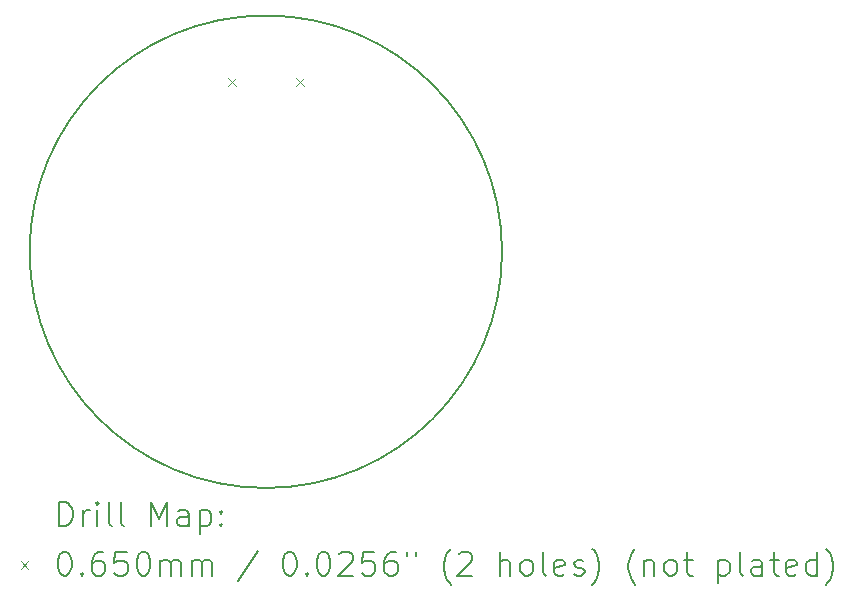
<source format=gbr>
%TF.GenerationSoftware,KiCad,Pcbnew,7.0.7*%
%TF.CreationDate,2023-10-08T00:43:36+08:00*%
%TF.ProjectId,RM_47mm,524d5f34-376d-46d2-9e6b-696361645f70,rev?*%
%TF.SameCoordinates,Original*%
%TF.FileFunction,Drillmap*%
%TF.FilePolarity,Positive*%
%FSLAX45Y45*%
G04 Gerber Fmt 4.5, Leading zero omitted, Abs format (unit mm)*
G04 Created by KiCad (PCBNEW 7.0.7) date 2023-10-08 00:43:36*
%MOMM*%
%LPD*%
G01*
G04 APERTURE LIST*
%ADD10C,0.200000*%
%ADD11C,0.065000*%
G04 APERTURE END LIST*
D10*
X17000000Y-10000000D02*
G75*
G03*
X17000000Y-10000000I-2000000J0D01*
G01*
D11*
X14678500Y-8528000D02*
X14743500Y-8593000D01*
X14743500Y-8528000D02*
X14678500Y-8593000D01*
X15256500Y-8528000D02*
X15321500Y-8593000D01*
X15321500Y-8528000D02*
X15256500Y-8593000D01*
D10*
X13250777Y-12321484D02*
X13250777Y-12121484D01*
X13250777Y-12121484D02*
X13298396Y-12121484D01*
X13298396Y-12121484D02*
X13326967Y-12131008D01*
X13326967Y-12131008D02*
X13346015Y-12150055D01*
X13346015Y-12150055D02*
X13355539Y-12169103D01*
X13355539Y-12169103D02*
X13365062Y-12207198D01*
X13365062Y-12207198D02*
X13365062Y-12235769D01*
X13365062Y-12235769D02*
X13355539Y-12273865D01*
X13355539Y-12273865D02*
X13346015Y-12292912D01*
X13346015Y-12292912D02*
X13326967Y-12311960D01*
X13326967Y-12311960D02*
X13298396Y-12321484D01*
X13298396Y-12321484D02*
X13250777Y-12321484D01*
X13450777Y-12321484D02*
X13450777Y-12188150D01*
X13450777Y-12226246D02*
X13460301Y-12207198D01*
X13460301Y-12207198D02*
X13469824Y-12197674D01*
X13469824Y-12197674D02*
X13488872Y-12188150D01*
X13488872Y-12188150D02*
X13507920Y-12188150D01*
X13574586Y-12321484D02*
X13574586Y-12188150D01*
X13574586Y-12121484D02*
X13565062Y-12131008D01*
X13565062Y-12131008D02*
X13574586Y-12140531D01*
X13574586Y-12140531D02*
X13584110Y-12131008D01*
X13584110Y-12131008D02*
X13574586Y-12121484D01*
X13574586Y-12121484D02*
X13574586Y-12140531D01*
X13698396Y-12321484D02*
X13679348Y-12311960D01*
X13679348Y-12311960D02*
X13669824Y-12292912D01*
X13669824Y-12292912D02*
X13669824Y-12121484D01*
X13803158Y-12321484D02*
X13784110Y-12311960D01*
X13784110Y-12311960D02*
X13774586Y-12292912D01*
X13774586Y-12292912D02*
X13774586Y-12121484D01*
X14031729Y-12321484D02*
X14031729Y-12121484D01*
X14031729Y-12121484D02*
X14098396Y-12264341D01*
X14098396Y-12264341D02*
X14165062Y-12121484D01*
X14165062Y-12121484D02*
X14165062Y-12321484D01*
X14346015Y-12321484D02*
X14346015Y-12216722D01*
X14346015Y-12216722D02*
X14336491Y-12197674D01*
X14336491Y-12197674D02*
X14317443Y-12188150D01*
X14317443Y-12188150D02*
X14279348Y-12188150D01*
X14279348Y-12188150D02*
X14260301Y-12197674D01*
X14346015Y-12311960D02*
X14326967Y-12321484D01*
X14326967Y-12321484D02*
X14279348Y-12321484D01*
X14279348Y-12321484D02*
X14260301Y-12311960D01*
X14260301Y-12311960D02*
X14250777Y-12292912D01*
X14250777Y-12292912D02*
X14250777Y-12273865D01*
X14250777Y-12273865D02*
X14260301Y-12254817D01*
X14260301Y-12254817D02*
X14279348Y-12245293D01*
X14279348Y-12245293D02*
X14326967Y-12245293D01*
X14326967Y-12245293D02*
X14346015Y-12235769D01*
X14441253Y-12188150D02*
X14441253Y-12388150D01*
X14441253Y-12197674D02*
X14460301Y-12188150D01*
X14460301Y-12188150D02*
X14498396Y-12188150D01*
X14498396Y-12188150D02*
X14517443Y-12197674D01*
X14517443Y-12197674D02*
X14526967Y-12207198D01*
X14526967Y-12207198D02*
X14536491Y-12226246D01*
X14536491Y-12226246D02*
X14536491Y-12283388D01*
X14536491Y-12283388D02*
X14526967Y-12302436D01*
X14526967Y-12302436D02*
X14517443Y-12311960D01*
X14517443Y-12311960D02*
X14498396Y-12321484D01*
X14498396Y-12321484D02*
X14460301Y-12321484D01*
X14460301Y-12321484D02*
X14441253Y-12311960D01*
X14622205Y-12302436D02*
X14631729Y-12311960D01*
X14631729Y-12311960D02*
X14622205Y-12321484D01*
X14622205Y-12321484D02*
X14612682Y-12311960D01*
X14612682Y-12311960D02*
X14622205Y-12302436D01*
X14622205Y-12302436D02*
X14622205Y-12321484D01*
X14622205Y-12197674D02*
X14631729Y-12207198D01*
X14631729Y-12207198D02*
X14622205Y-12216722D01*
X14622205Y-12216722D02*
X14612682Y-12207198D01*
X14612682Y-12207198D02*
X14622205Y-12197674D01*
X14622205Y-12197674D02*
X14622205Y-12216722D01*
D11*
X12925000Y-12617500D02*
X12990000Y-12682500D01*
X12990000Y-12617500D02*
X12925000Y-12682500D01*
D10*
X13288872Y-12541484D02*
X13307920Y-12541484D01*
X13307920Y-12541484D02*
X13326967Y-12551008D01*
X13326967Y-12551008D02*
X13336491Y-12560531D01*
X13336491Y-12560531D02*
X13346015Y-12579579D01*
X13346015Y-12579579D02*
X13355539Y-12617674D01*
X13355539Y-12617674D02*
X13355539Y-12665293D01*
X13355539Y-12665293D02*
X13346015Y-12703388D01*
X13346015Y-12703388D02*
X13336491Y-12722436D01*
X13336491Y-12722436D02*
X13326967Y-12731960D01*
X13326967Y-12731960D02*
X13307920Y-12741484D01*
X13307920Y-12741484D02*
X13288872Y-12741484D01*
X13288872Y-12741484D02*
X13269824Y-12731960D01*
X13269824Y-12731960D02*
X13260301Y-12722436D01*
X13260301Y-12722436D02*
X13250777Y-12703388D01*
X13250777Y-12703388D02*
X13241253Y-12665293D01*
X13241253Y-12665293D02*
X13241253Y-12617674D01*
X13241253Y-12617674D02*
X13250777Y-12579579D01*
X13250777Y-12579579D02*
X13260301Y-12560531D01*
X13260301Y-12560531D02*
X13269824Y-12551008D01*
X13269824Y-12551008D02*
X13288872Y-12541484D01*
X13441253Y-12722436D02*
X13450777Y-12731960D01*
X13450777Y-12731960D02*
X13441253Y-12741484D01*
X13441253Y-12741484D02*
X13431729Y-12731960D01*
X13431729Y-12731960D02*
X13441253Y-12722436D01*
X13441253Y-12722436D02*
X13441253Y-12741484D01*
X13622205Y-12541484D02*
X13584110Y-12541484D01*
X13584110Y-12541484D02*
X13565062Y-12551008D01*
X13565062Y-12551008D02*
X13555539Y-12560531D01*
X13555539Y-12560531D02*
X13536491Y-12589103D01*
X13536491Y-12589103D02*
X13526967Y-12627198D01*
X13526967Y-12627198D02*
X13526967Y-12703388D01*
X13526967Y-12703388D02*
X13536491Y-12722436D01*
X13536491Y-12722436D02*
X13546015Y-12731960D01*
X13546015Y-12731960D02*
X13565062Y-12741484D01*
X13565062Y-12741484D02*
X13603158Y-12741484D01*
X13603158Y-12741484D02*
X13622205Y-12731960D01*
X13622205Y-12731960D02*
X13631729Y-12722436D01*
X13631729Y-12722436D02*
X13641253Y-12703388D01*
X13641253Y-12703388D02*
X13641253Y-12655769D01*
X13641253Y-12655769D02*
X13631729Y-12636722D01*
X13631729Y-12636722D02*
X13622205Y-12627198D01*
X13622205Y-12627198D02*
X13603158Y-12617674D01*
X13603158Y-12617674D02*
X13565062Y-12617674D01*
X13565062Y-12617674D02*
X13546015Y-12627198D01*
X13546015Y-12627198D02*
X13536491Y-12636722D01*
X13536491Y-12636722D02*
X13526967Y-12655769D01*
X13822205Y-12541484D02*
X13726967Y-12541484D01*
X13726967Y-12541484D02*
X13717443Y-12636722D01*
X13717443Y-12636722D02*
X13726967Y-12627198D01*
X13726967Y-12627198D02*
X13746015Y-12617674D01*
X13746015Y-12617674D02*
X13793634Y-12617674D01*
X13793634Y-12617674D02*
X13812682Y-12627198D01*
X13812682Y-12627198D02*
X13822205Y-12636722D01*
X13822205Y-12636722D02*
X13831729Y-12655769D01*
X13831729Y-12655769D02*
X13831729Y-12703388D01*
X13831729Y-12703388D02*
X13822205Y-12722436D01*
X13822205Y-12722436D02*
X13812682Y-12731960D01*
X13812682Y-12731960D02*
X13793634Y-12741484D01*
X13793634Y-12741484D02*
X13746015Y-12741484D01*
X13746015Y-12741484D02*
X13726967Y-12731960D01*
X13726967Y-12731960D02*
X13717443Y-12722436D01*
X13955539Y-12541484D02*
X13974586Y-12541484D01*
X13974586Y-12541484D02*
X13993634Y-12551008D01*
X13993634Y-12551008D02*
X14003158Y-12560531D01*
X14003158Y-12560531D02*
X14012682Y-12579579D01*
X14012682Y-12579579D02*
X14022205Y-12617674D01*
X14022205Y-12617674D02*
X14022205Y-12665293D01*
X14022205Y-12665293D02*
X14012682Y-12703388D01*
X14012682Y-12703388D02*
X14003158Y-12722436D01*
X14003158Y-12722436D02*
X13993634Y-12731960D01*
X13993634Y-12731960D02*
X13974586Y-12741484D01*
X13974586Y-12741484D02*
X13955539Y-12741484D01*
X13955539Y-12741484D02*
X13936491Y-12731960D01*
X13936491Y-12731960D02*
X13926967Y-12722436D01*
X13926967Y-12722436D02*
X13917443Y-12703388D01*
X13917443Y-12703388D02*
X13907920Y-12665293D01*
X13907920Y-12665293D02*
X13907920Y-12617674D01*
X13907920Y-12617674D02*
X13917443Y-12579579D01*
X13917443Y-12579579D02*
X13926967Y-12560531D01*
X13926967Y-12560531D02*
X13936491Y-12551008D01*
X13936491Y-12551008D02*
X13955539Y-12541484D01*
X14107920Y-12741484D02*
X14107920Y-12608150D01*
X14107920Y-12627198D02*
X14117443Y-12617674D01*
X14117443Y-12617674D02*
X14136491Y-12608150D01*
X14136491Y-12608150D02*
X14165063Y-12608150D01*
X14165063Y-12608150D02*
X14184110Y-12617674D01*
X14184110Y-12617674D02*
X14193634Y-12636722D01*
X14193634Y-12636722D02*
X14193634Y-12741484D01*
X14193634Y-12636722D02*
X14203158Y-12617674D01*
X14203158Y-12617674D02*
X14222205Y-12608150D01*
X14222205Y-12608150D02*
X14250777Y-12608150D01*
X14250777Y-12608150D02*
X14269824Y-12617674D01*
X14269824Y-12617674D02*
X14279348Y-12636722D01*
X14279348Y-12636722D02*
X14279348Y-12741484D01*
X14374586Y-12741484D02*
X14374586Y-12608150D01*
X14374586Y-12627198D02*
X14384110Y-12617674D01*
X14384110Y-12617674D02*
X14403158Y-12608150D01*
X14403158Y-12608150D02*
X14431729Y-12608150D01*
X14431729Y-12608150D02*
X14450777Y-12617674D01*
X14450777Y-12617674D02*
X14460301Y-12636722D01*
X14460301Y-12636722D02*
X14460301Y-12741484D01*
X14460301Y-12636722D02*
X14469824Y-12617674D01*
X14469824Y-12617674D02*
X14488872Y-12608150D01*
X14488872Y-12608150D02*
X14517443Y-12608150D01*
X14517443Y-12608150D02*
X14536491Y-12617674D01*
X14536491Y-12617674D02*
X14546015Y-12636722D01*
X14546015Y-12636722D02*
X14546015Y-12741484D01*
X14936491Y-12531960D02*
X14765063Y-12789103D01*
X15193634Y-12541484D02*
X15212682Y-12541484D01*
X15212682Y-12541484D02*
X15231729Y-12551008D01*
X15231729Y-12551008D02*
X15241253Y-12560531D01*
X15241253Y-12560531D02*
X15250777Y-12579579D01*
X15250777Y-12579579D02*
X15260301Y-12617674D01*
X15260301Y-12617674D02*
X15260301Y-12665293D01*
X15260301Y-12665293D02*
X15250777Y-12703388D01*
X15250777Y-12703388D02*
X15241253Y-12722436D01*
X15241253Y-12722436D02*
X15231729Y-12731960D01*
X15231729Y-12731960D02*
X15212682Y-12741484D01*
X15212682Y-12741484D02*
X15193634Y-12741484D01*
X15193634Y-12741484D02*
X15174586Y-12731960D01*
X15174586Y-12731960D02*
X15165063Y-12722436D01*
X15165063Y-12722436D02*
X15155539Y-12703388D01*
X15155539Y-12703388D02*
X15146015Y-12665293D01*
X15146015Y-12665293D02*
X15146015Y-12617674D01*
X15146015Y-12617674D02*
X15155539Y-12579579D01*
X15155539Y-12579579D02*
X15165063Y-12560531D01*
X15165063Y-12560531D02*
X15174586Y-12551008D01*
X15174586Y-12551008D02*
X15193634Y-12541484D01*
X15346015Y-12722436D02*
X15355539Y-12731960D01*
X15355539Y-12731960D02*
X15346015Y-12741484D01*
X15346015Y-12741484D02*
X15336491Y-12731960D01*
X15336491Y-12731960D02*
X15346015Y-12722436D01*
X15346015Y-12722436D02*
X15346015Y-12741484D01*
X15479348Y-12541484D02*
X15498396Y-12541484D01*
X15498396Y-12541484D02*
X15517444Y-12551008D01*
X15517444Y-12551008D02*
X15526967Y-12560531D01*
X15526967Y-12560531D02*
X15536491Y-12579579D01*
X15536491Y-12579579D02*
X15546015Y-12617674D01*
X15546015Y-12617674D02*
X15546015Y-12665293D01*
X15546015Y-12665293D02*
X15536491Y-12703388D01*
X15536491Y-12703388D02*
X15526967Y-12722436D01*
X15526967Y-12722436D02*
X15517444Y-12731960D01*
X15517444Y-12731960D02*
X15498396Y-12741484D01*
X15498396Y-12741484D02*
X15479348Y-12741484D01*
X15479348Y-12741484D02*
X15460301Y-12731960D01*
X15460301Y-12731960D02*
X15450777Y-12722436D01*
X15450777Y-12722436D02*
X15441253Y-12703388D01*
X15441253Y-12703388D02*
X15431729Y-12665293D01*
X15431729Y-12665293D02*
X15431729Y-12617674D01*
X15431729Y-12617674D02*
X15441253Y-12579579D01*
X15441253Y-12579579D02*
X15450777Y-12560531D01*
X15450777Y-12560531D02*
X15460301Y-12551008D01*
X15460301Y-12551008D02*
X15479348Y-12541484D01*
X15622206Y-12560531D02*
X15631729Y-12551008D01*
X15631729Y-12551008D02*
X15650777Y-12541484D01*
X15650777Y-12541484D02*
X15698396Y-12541484D01*
X15698396Y-12541484D02*
X15717444Y-12551008D01*
X15717444Y-12551008D02*
X15726967Y-12560531D01*
X15726967Y-12560531D02*
X15736491Y-12579579D01*
X15736491Y-12579579D02*
X15736491Y-12598627D01*
X15736491Y-12598627D02*
X15726967Y-12627198D01*
X15726967Y-12627198D02*
X15612682Y-12741484D01*
X15612682Y-12741484D02*
X15736491Y-12741484D01*
X15917444Y-12541484D02*
X15822206Y-12541484D01*
X15822206Y-12541484D02*
X15812682Y-12636722D01*
X15812682Y-12636722D02*
X15822206Y-12627198D01*
X15822206Y-12627198D02*
X15841253Y-12617674D01*
X15841253Y-12617674D02*
X15888872Y-12617674D01*
X15888872Y-12617674D02*
X15907920Y-12627198D01*
X15907920Y-12627198D02*
X15917444Y-12636722D01*
X15917444Y-12636722D02*
X15926967Y-12655769D01*
X15926967Y-12655769D02*
X15926967Y-12703388D01*
X15926967Y-12703388D02*
X15917444Y-12722436D01*
X15917444Y-12722436D02*
X15907920Y-12731960D01*
X15907920Y-12731960D02*
X15888872Y-12741484D01*
X15888872Y-12741484D02*
X15841253Y-12741484D01*
X15841253Y-12741484D02*
X15822206Y-12731960D01*
X15822206Y-12731960D02*
X15812682Y-12722436D01*
X16098396Y-12541484D02*
X16060301Y-12541484D01*
X16060301Y-12541484D02*
X16041253Y-12551008D01*
X16041253Y-12551008D02*
X16031729Y-12560531D01*
X16031729Y-12560531D02*
X16012682Y-12589103D01*
X16012682Y-12589103D02*
X16003158Y-12627198D01*
X16003158Y-12627198D02*
X16003158Y-12703388D01*
X16003158Y-12703388D02*
X16012682Y-12722436D01*
X16012682Y-12722436D02*
X16022206Y-12731960D01*
X16022206Y-12731960D02*
X16041253Y-12741484D01*
X16041253Y-12741484D02*
X16079348Y-12741484D01*
X16079348Y-12741484D02*
X16098396Y-12731960D01*
X16098396Y-12731960D02*
X16107920Y-12722436D01*
X16107920Y-12722436D02*
X16117444Y-12703388D01*
X16117444Y-12703388D02*
X16117444Y-12655769D01*
X16117444Y-12655769D02*
X16107920Y-12636722D01*
X16107920Y-12636722D02*
X16098396Y-12627198D01*
X16098396Y-12627198D02*
X16079348Y-12617674D01*
X16079348Y-12617674D02*
X16041253Y-12617674D01*
X16041253Y-12617674D02*
X16022206Y-12627198D01*
X16022206Y-12627198D02*
X16012682Y-12636722D01*
X16012682Y-12636722D02*
X16003158Y-12655769D01*
X16193634Y-12541484D02*
X16193634Y-12579579D01*
X16269825Y-12541484D02*
X16269825Y-12579579D01*
X16565063Y-12817674D02*
X16555539Y-12808150D01*
X16555539Y-12808150D02*
X16536491Y-12779579D01*
X16536491Y-12779579D02*
X16526968Y-12760531D01*
X16526968Y-12760531D02*
X16517444Y-12731960D01*
X16517444Y-12731960D02*
X16507920Y-12684341D01*
X16507920Y-12684341D02*
X16507920Y-12646246D01*
X16507920Y-12646246D02*
X16517444Y-12598627D01*
X16517444Y-12598627D02*
X16526968Y-12570055D01*
X16526968Y-12570055D02*
X16536491Y-12551008D01*
X16536491Y-12551008D02*
X16555539Y-12522436D01*
X16555539Y-12522436D02*
X16565063Y-12512912D01*
X16631729Y-12560531D02*
X16641253Y-12551008D01*
X16641253Y-12551008D02*
X16660301Y-12541484D01*
X16660301Y-12541484D02*
X16707920Y-12541484D01*
X16707920Y-12541484D02*
X16726968Y-12551008D01*
X16726968Y-12551008D02*
X16736491Y-12560531D01*
X16736491Y-12560531D02*
X16746015Y-12579579D01*
X16746015Y-12579579D02*
X16746015Y-12598627D01*
X16746015Y-12598627D02*
X16736491Y-12627198D01*
X16736491Y-12627198D02*
X16622206Y-12741484D01*
X16622206Y-12741484D02*
X16746015Y-12741484D01*
X16984111Y-12741484D02*
X16984111Y-12541484D01*
X17069825Y-12741484D02*
X17069825Y-12636722D01*
X17069825Y-12636722D02*
X17060301Y-12617674D01*
X17060301Y-12617674D02*
X17041253Y-12608150D01*
X17041253Y-12608150D02*
X17012682Y-12608150D01*
X17012682Y-12608150D02*
X16993634Y-12617674D01*
X16993634Y-12617674D02*
X16984111Y-12627198D01*
X17193634Y-12741484D02*
X17174587Y-12731960D01*
X17174587Y-12731960D02*
X17165063Y-12722436D01*
X17165063Y-12722436D02*
X17155539Y-12703388D01*
X17155539Y-12703388D02*
X17155539Y-12646246D01*
X17155539Y-12646246D02*
X17165063Y-12627198D01*
X17165063Y-12627198D02*
X17174587Y-12617674D01*
X17174587Y-12617674D02*
X17193634Y-12608150D01*
X17193634Y-12608150D02*
X17222206Y-12608150D01*
X17222206Y-12608150D02*
X17241253Y-12617674D01*
X17241253Y-12617674D02*
X17250777Y-12627198D01*
X17250777Y-12627198D02*
X17260301Y-12646246D01*
X17260301Y-12646246D02*
X17260301Y-12703388D01*
X17260301Y-12703388D02*
X17250777Y-12722436D01*
X17250777Y-12722436D02*
X17241253Y-12731960D01*
X17241253Y-12731960D02*
X17222206Y-12741484D01*
X17222206Y-12741484D02*
X17193634Y-12741484D01*
X17374587Y-12741484D02*
X17355539Y-12731960D01*
X17355539Y-12731960D02*
X17346015Y-12712912D01*
X17346015Y-12712912D02*
X17346015Y-12541484D01*
X17526968Y-12731960D02*
X17507920Y-12741484D01*
X17507920Y-12741484D02*
X17469825Y-12741484D01*
X17469825Y-12741484D02*
X17450777Y-12731960D01*
X17450777Y-12731960D02*
X17441253Y-12712912D01*
X17441253Y-12712912D02*
X17441253Y-12636722D01*
X17441253Y-12636722D02*
X17450777Y-12617674D01*
X17450777Y-12617674D02*
X17469825Y-12608150D01*
X17469825Y-12608150D02*
X17507920Y-12608150D01*
X17507920Y-12608150D02*
X17526968Y-12617674D01*
X17526968Y-12617674D02*
X17536492Y-12636722D01*
X17536492Y-12636722D02*
X17536492Y-12655769D01*
X17536492Y-12655769D02*
X17441253Y-12674817D01*
X17612682Y-12731960D02*
X17631730Y-12741484D01*
X17631730Y-12741484D02*
X17669825Y-12741484D01*
X17669825Y-12741484D02*
X17688873Y-12731960D01*
X17688873Y-12731960D02*
X17698396Y-12712912D01*
X17698396Y-12712912D02*
X17698396Y-12703388D01*
X17698396Y-12703388D02*
X17688873Y-12684341D01*
X17688873Y-12684341D02*
X17669825Y-12674817D01*
X17669825Y-12674817D02*
X17641253Y-12674817D01*
X17641253Y-12674817D02*
X17622206Y-12665293D01*
X17622206Y-12665293D02*
X17612682Y-12646246D01*
X17612682Y-12646246D02*
X17612682Y-12636722D01*
X17612682Y-12636722D02*
X17622206Y-12617674D01*
X17622206Y-12617674D02*
X17641253Y-12608150D01*
X17641253Y-12608150D02*
X17669825Y-12608150D01*
X17669825Y-12608150D02*
X17688873Y-12617674D01*
X17765063Y-12817674D02*
X17774587Y-12808150D01*
X17774587Y-12808150D02*
X17793634Y-12779579D01*
X17793634Y-12779579D02*
X17803158Y-12760531D01*
X17803158Y-12760531D02*
X17812682Y-12731960D01*
X17812682Y-12731960D02*
X17822206Y-12684341D01*
X17822206Y-12684341D02*
X17822206Y-12646246D01*
X17822206Y-12646246D02*
X17812682Y-12598627D01*
X17812682Y-12598627D02*
X17803158Y-12570055D01*
X17803158Y-12570055D02*
X17793634Y-12551008D01*
X17793634Y-12551008D02*
X17774587Y-12522436D01*
X17774587Y-12522436D02*
X17765063Y-12512912D01*
X18126968Y-12817674D02*
X18117444Y-12808150D01*
X18117444Y-12808150D02*
X18098396Y-12779579D01*
X18098396Y-12779579D02*
X18088873Y-12760531D01*
X18088873Y-12760531D02*
X18079349Y-12731960D01*
X18079349Y-12731960D02*
X18069825Y-12684341D01*
X18069825Y-12684341D02*
X18069825Y-12646246D01*
X18069825Y-12646246D02*
X18079349Y-12598627D01*
X18079349Y-12598627D02*
X18088873Y-12570055D01*
X18088873Y-12570055D02*
X18098396Y-12551008D01*
X18098396Y-12551008D02*
X18117444Y-12522436D01*
X18117444Y-12522436D02*
X18126968Y-12512912D01*
X18203158Y-12608150D02*
X18203158Y-12741484D01*
X18203158Y-12627198D02*
X18212682Y-12617674D01*
X18212682Y-12617674D02*
X18231730Y-12608150D01*
X18231730Y-12608150D02*
X18260301Y-12608150D01*
X18260301Y-12608150D02*
X18279349Y-12617674D01*
X18279349Y-12617674D02*
X18288873Y-12636722D01*
X18288873Y-12636722D02*
X18288873Y-12741484D01*
X18412682Y-12741484D02*
X18393634Y-12731960D01*
X18393634Y-12731960D02*
X18384111Y-12722436D01*
X18384111Y-12722436D02*
X18374587Y-12703388D01*
X18374587Y-12703388D02*
X18374587Y-12646246D01*
X18374587Y-12646246D02*
X18384111Y-12627198D01*
X18384111Y-12627198D02*
X18393634Y-12617674D01*
X18393634Y-12617674D02*
X18412682Y-12608150D01*
X18412682Y-12608150D02*
X18441254Y-12608150D01*
X18441254Y-12608150D02*
X18460301Y-12617674D01*
X18460301Y-12617674D02*
X18469825Y-12627198D01*
X18469825Y-12627198D02*
X18479349Y-12646246D01*
X18479349Y-12646246D02*
X18479349Y-12703388D01*
X18479349Y-12703388D02*
X18469825Y-12722436D01*
X18469825Y-12722436D02*
X18460301Y-12731960D01*
X18460301Y-12731960D02*
X18441254Y-12741484D01*
X18441254Y-12741484D02*
X18412682Y-12741484D01*
X18536492Y-12608150D02*
X18612682Y-12608150D01*
X18565063Y-12541484D02*
X18565063Y-12712912D01*
X18565063Y-12712912D02*
X18574587Y-12731960D01*
X18574587Y-12731960D02*
X18593634Y-12741484D01*
X18593634Y-12741484D02*
X18612682Y-12741484D01*
X18831730Y-12608150D02*
X18831730Y-12808150D01*
X18831730Y-12617674D02*
X18850777Y-12608150D01*
X18850777Y-12608150D02*
X18888873Y-12608150D01*
X18888873Y-12608150D02*
X18907920Y-12617674D01*
X18907920Y-12617674D02*
X18917444Y-12627198D01*
X18917444Y-12627198D02*
X18926968Y-12646246D01*
X18926968Y-12646246D02*
X18926968Y-12703388D01*
X18926968Y-12703388D02*
X18917444Y-12722436D01*
X18917444Y-12722436D02*
X18907920Y-12731960D01*
X18907920Y-12731960D02*
X18888873Y-12741484D01*
X18888873Y-12741484D02*
X18850777Y-12741484D01*
X18850777Y-12741484D02*
X18831730Y-12731960D01*
X19041254Y-12741484D02*
X19022206Y-12731960D01*
X19022206Y-12731960D02*
X19012682Y-12712912D01*
X19012682Y-12712912D02*
X19012682Y-12541484D01*
X19203158Y-12741484D02*
X19203158Y-12636722D01*
X19203158Y-12636722D02*
X19193635Y-12617674D01*
X19193635Y-12617674D02*
X19174587Y-12608150D01*
X19174587Y-12608150D02*
X19136492Y-12608150D01*
X19136492Y-12608150D02*
X19117444Y-12617674D01*
X19203158Y-12731960D02*
X19184111Y-12741484D01*
X19184111Y-12741484D02*
X19136492Y-12741484D01*
X19136492Y-12741484D02*
X19117444Y-12731960D01*
X19117444Y-12731960D02*
X19107920Y-12712912D01*
X19107920Y-12712912D02*
X19107920Y-12693865D01*
X19107920Y-12693865D02*
X19117444Y-12674817D01*
X19117444Y-12674817D02*
X19136492Y-12665293D01*
X19136492Y-12665293D02*
X19184111Y-12665293D01*
X19184111Y-12665293D02*
X19203158Y-12655769D01*
X19269825Y-12608150D02*
X19346015Y-12608150D01*
X19298396Y-12541484D02*
X19298396Y-12712912D01*
X19298396Y-12712912D02*
X19307920Y-12731960D01*
X19307920Y-12731960D02*
X19326968Y-12741484D01*
X19326968Y-12741484D02*
X19346015Y-12741484D01*
X19488873Y-12731960D02*
X19469825Y-12741484D01*
X19469825Y-12741484D02*
X19431730Y-12741484D01*
X19431730Y-12741484D02*
X19412682Y-12731960D01*
X19412682Y-12731960D02*
X19403158Y-12712912D01*
X19403158Y-12712912D02*
X19403158Y-12636722D01*
X19403158Y-12636722D02*
X19412682Y-12617674D01*
X19412682Y-12617674D02*
X19431730Y-12608150D01*
X19431730Y-12608150D02*
X19469825Y-12608150D01*
X19469825Y-12608150D02*
X19488873Y-12617674D01*
X19488873Y-12617674D02*
X19498396Y-12636722D01*
X19498396Y-12636722D02*
X19498396Y-12655769D01*
X19498396Y-12655769D02*
X19403158Y-12674817D01*
X19669825Y-12741484D02*
X19669825Y-12541484D01*
X19669825Y-12731960D02*
X19650777Y-12741484D01*
X19650777Y-12741484D02*
X19612682Y-12741484D01*
X19612682Y-12741484D02*
X19593635Y-12731960D01*
X19593635Y-12731960D02*
X19584111Y-12722436D01*
X19584111Y-12722436D02*
X19574587Y-12703388D01*
X19574587Y-12703388D02*
X19574587Y-12646246D01*
X19574587Y-12646246D02*
X19584111Y-12627198D01*
X19584111Y-12627198D02*
X19593635Y-12617674D01*
X19593635Y-12617674D02*
X19612682Y-12608150D01*
X19612682Y-12608150D02*
X19650777Y-12608150D01*
X19650777Y-12608150D02*
X19669825Y-12617674D01*
X19746016Y-12817674D02*
X19755539Y-12808150D01*
X19755539Y-12808150D02*
X19774587Y-12779579D01*
X19774587Y-12779579D02*
X19784111Y-12760531D01*
X19784111Y-12760531D02*
X19793635Y-12731960D01*
X19793635Y-12731960D02*
X19803158Y-12684341D01*
X19803158Y-12684341D02*
X19803158Y-12646246D01*
X19803158Y-12646246D02*
X19793635Y-12598627D01*
X19793635Y-12598627D02*
X19784111Y-12570055D01*
X19784111Y-12570055D02*
X19774587Y-12551008D01*
X19774587Y-12551008D02*
X19755539Y-12522436D01*
X19755539Y-12522436D02*
X19746016Y-12512912D01*
M02*

</source>
